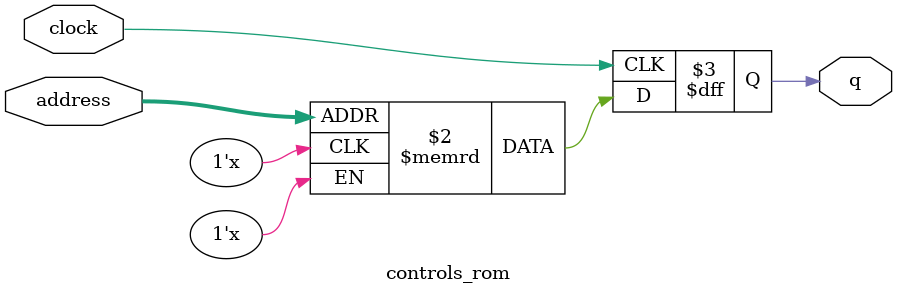
<source format=sv>
module controls_rom (
	input logic clock,
	input logic [14:0] address,
	output logic [0:0] q
);

logic [0:0] memory [0:19199] /* synthesis ram_init_file = "./controls/controls.COE" */;

always_ff @ (posedge clock) begin
	q <= memory[address];
end

endmodule

</source>
